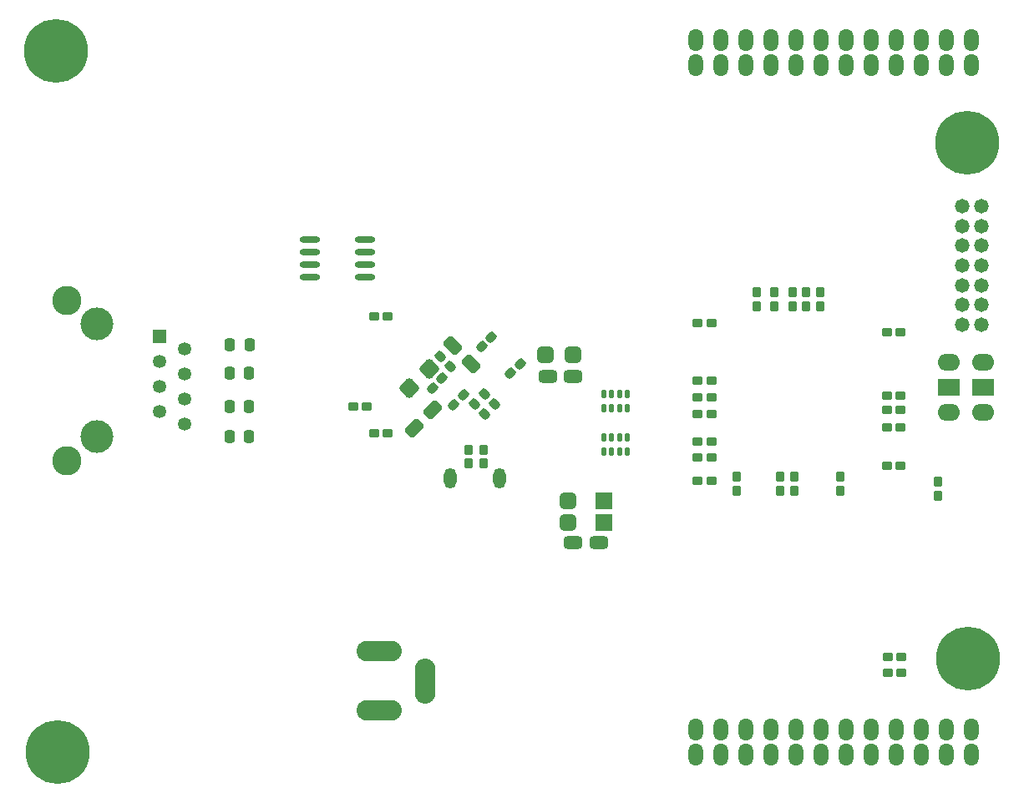
<source format=gbs>
%FSTAX23Y23*%
%MOMM*%
%SFA1B1*%

%IPPOS*%
%AMD28*
4,1,8,-0.200660,-0.538480,0.200660,-0.538480,0.436880,-0.299720,0.436880,0.299720,0.200660,0.538480,-0.200660,0.538480,-0.436880,0.299720,-0.436880,-0.299720,-0.200660,-0.538480,0.0*
1,1,0.476000,-0.200660,-0.299720*
1,1,0.476000,0.200660,-0.299720*
1,1,0.476000,0.200660,0.299720*
1,1,0.476000,-0.200660,0.299720*
%
%AMD29*
4,1,8,-0.538480,0.200660,-0.538480,-0.200660,-0.299720,-0.436880,0.299720,-0.436880,0.538480,-0.200660,0.538480,0.200660,0.299720,0.436880,-0.299720,0.436880,-0.538480,0.200660,0.0*
1,1,0.476000,-0.299720,0.200660*
1,1,0.476000,-0.299720,-0.200660*
1,1,0.476000,0.299720,-0.200660*
1,1,0.476000,0.299720,0.200660*
%
%AMD34*
4,1,8,-0.937260,0.299720,-0.937260,-0.299720,-0.599440,-0.637540,0.599440,-0.637540,0.937260,-0.299720,0.937260,0.299720,0.599440,0.637540,-0.599440,0.637540,-0.937260,0.299720,0.0*
1,1,0.676000,-0.599440,0.299720*
1,1,0.676000,-0.599440,-0.299720*
1,1,0.676000,0.599440,-0.299720*
1,1,0.676000,0.599440,0.299720*
%
%AMD35*
4,1,8,0.248920,0.637540,-0.248920,0.637540,-0.538480,0.350520,-0.538480,-0.350520,-0.248920,-0.637540,0.248920,-0.637540,0.538480,-0.350520,0.538480,0.350520,0.248920,0.637540,0.0*
1,1,0.576000,0.248920,0.350520*
1,1,0.576000,-0.248920,0.350520*
1,1,0.576000,-0.248920,-0.350520*
1,1,0.576000,0.248920,-0.350520*
%
%AMD44*
4,1,8,0.238760,-0.523240,0.523240,-0.238760,0.520700,0.096520,0.096520,0.520700,-0.238760,0.523240,-0.523240,0.238760,-0.520700,-0.096520,-0.096520,-0.520700,0.238760,-0.523240,0.0*
1,1,0.476000,0.071120,-0.353060*
1,1,0.476000,0.353060,-0.071120*
1,1,0.476000,-0.071120,0.353060*
1,1,0.476000,-0.353060,0.071120*
%
%AMD119*
4,1,8,0.398780,0.838200,-0.398780,0.838200,-0.838200,0.398780,-0.838200,-0.398780,-0.398780,-0.838200,0.398780,-0.838200,0.838200,-0.398780,0.838200,0.398780,0.398780,0.838200,0.0*
1,1,0.876000,0.398780,0.398780*
1,1,0.876000,-0.398780,0.398780*
1,1,0.876000,-0.398780,-0.398780*
1,1,0.876000,0.398780,-0.398780*
%
%AMD121*
4,1,8,-0.873760,-0.449580,-0.449580,-0.873760,0.027940,-0.873760,0.873760,-0.027940,0.873760,0.449580,0.449580,0.873760,-0.027940,0.873760,-0.873760,0.027940,-0.873760,-0.449580,0.0*
1,1,0.676000,-0.635000,-0.210820*
1,1,0.676000,-0.210820,-0.635000*
1,1,0.676000,0.635000,0.210820*
1,1,0.676000,0.210820,0.635000*
%
%AMD122*
4,1,8,0.523240,0.238760,0.238760,0.523240,-0.096520,0.520700,-0.520700,0.096520,-0.523240,-0.238760,-0.238760,-0.523240,0.096520,-0.520700,0.520700,-0.096520,0.523240,0.238760,0.0*
1,1,0.476000,0.353060,0.071120*
1,1,0.476000,0.071120,0.353060*
1,1,0.476000,-0.353060,-0.071120*
1,1,0.476000,-0.071120,-0.353060*
%
%AMD123*
4,1,8,0.449580,-0.873760,0.873760,-0.449580,0.873760,0.027940,0.027940,0.873760,-0.449580,0.873760,-0.873760,0.449580,-0.873760,-0.027940,-0.027940,-0.873760,0.449580,-0.873760,0.0*
1,1,0.676000,0.210820,-0.635000*
1,1,0.676000,0.635000,-0.210820*
1,1,0.676000,-0.210820,0.635000*
1,1,0.676000,-0.635000,0.210820*
%
%AMD125*
4,1,8,0.309880,-0.873760,0.873760,-0.309880,0.873760,0.309880,0.309880,0.873760,-0.309880,0.873760,-0.873760,0.309880,-0.873760,-0.309880,-0.309880,-0.873760,0.309880,-0.873760,0.0*
1,1,0.876000,0.000000,-0.563880*
1,1,0.876000,0.563880,0.000000*
1,1,0.876000,0.000000,0.563880*
1,1,0.876000,-0.563880,0.000000*
%
G04~CAMADD=28~8~0.0~0.0~344.9~423.6~93.7~0.0~15~0.0~0.0~0.0~0.0~0~0.0~0.0~0.0~0.0~0~0.0~0.0~0.0~180.0~346.0~424.0*
%ADD28D28*%
G04~CAMADD=29~8~0.0~0.0~344.9~423.6~93.7~0.0~15~0.0~0.0~0.0~0.0~0~0.0~0.0~0.0~0.0~0~0.0~0.0~0.0~90.0~424.0~345.0*
%ADD29D29*%
%ADD33O,2.275995X1.675997*%
G04~CAMADD=34~8~0.0~0.0~502.4~738.6~133.1~0.0~15~0.0~0.0~0.0~0.0~0~0.0~0.0~0.0~0.0~0~0.0~0.0~0.0~90.0~738.0~502.0*
%ADD34D34*%
G04~CAMADD=35~8~0.0~0.0~423.6~502.4~113.4~0.0~15~0.0~0.0~0.0~0.0~0~0.0~0.0~0.0~0.0~0~0.0~0.0~0.0~0.0~423.6~502.4*
%ADD35D35*%
G04~CAMADD=44~8~0.0~0.0~344.9~423.6~93.7~0.0~15~0.0~0.0~0.0~0.0~0~0.0~0.0~0.0~0.0~0~0.0~0.0~0.0~225.0~466.0~465.0*
%ADD44D44*%
%ADD51C,6.475987*%
%ADD53C,1.472997*%
%ADD54R,2.275995X1.675997*%
%ADD55O,4.575991X2.075996*%
%ADD56O,2.075996X4.575991*%
%ADD57R,1.343997X1.343997*%
%ADD58C,1.343997*%
%ADD59C,3.325993*%
%ADD60C,2.970994*%
%ADD118O,0.575999X0.875998*%
G04~CAMADD=119~8~0.0~0.0~659.8~659.8~172.4~0.0~15~0.0~0.0~0.0~0.0~0~0.0~0.0~0.0~0.0~0~0.0~0.0~0.0~0.0~659.8~659.8*
%ADD119D119*%
%ADD120R,1.675997X1.675997*%
G04~CAMADD=121~8~0.0~0.0~502.4~738.6~133.1~0.0~15~0.0~0.0~0.0~0.0~0~0.0~0.0~0.0~0.0~0~0.0~0.0~0.0~135.0~766.0~765.0*
%ADD121D121*%
G04~CAMADD=122~8~0.0~0.0~344.9~423.6~93.7~0.0~15~0.0~0.0~0.0~0.0~0~0.0~0.0~0.0~0.0~0~0.0~0.0~0.0~315.0~466.0~465.0*
%ADD122D122*%
G04~CAMADD=123~8~0.0~0.0~502.4~738.6~133.1~0.0~15~0.0~0.0~0.0~0.0~0~0.0~0.0~0.0~0.0~0~0.0~0.0~0.0~225.0~766.0~765.0*
%ADD123D123*%
%ADD124O,2.075996X0.675999*%
G04~CAMADD=125~8~0.0~0.0~659.8~659.8~172.4~0.0~15~0.0~0.0~0.0~0.0~0~0.0~0.0~0.0~0.0~0~0.0~0.0~0.0~225.0~790.0~789.0*
%ADD125D125*%
%ADD126O,1.275997X2.075996*%
%ADD127O,1.475997X2.275995*%
%LNksz8851-1*%
%LPD*%
G54D28*
X45599Y33249D03*
Y34649D03*
X47099Y33249D03*
Y34649D03*
X83299Y30499D03*
Y31899D03*
X78599Y30499D03*
Y31899D03*
X77199Y30499D03*
Y31899D03*
X72799Y30499D03*
Y31899D03*
X81199Y50599D03*
Y49199D03*
X79799Y50599D03*
Y49199D03*
X78399Y50599D03*
Y49199D03*
X76599D03*
Y50599D03*
X74799D03*
Y49199D03*
X93199Y29999D03*
Y31399D03*
G54D29*
X89399Y46599D03*
X87999D03*
Y40099D03*
X89399D03*
Y38699D03*
X87999D03*
X89399Y36899D03*
X87999D03*
X89399Y32999D03*
X87999D03*
X68799Y31499D03*
X70199D03*
X68799Y33899D03*
X70199D03*
X68799Y35499D03*
X70199D03*
X68799Y38299D03*
X70199D03*
X68799Y39999D03*
X70199D03*
Y41699D03*
X68799D03*
Y47499D03*
X70199D03*
X8945Y13649D03*
X8805D03*
X88049Y12049D03*
X89449D03*
X37399Y36299D03*
X35999D03*
X35299Y38999D03*
X33899D03*
X35999Y48199D03*
X37399D03*
G54D33*
X94299Y43539D03*
Y38459D03*
X97699D03*
Y43539D03*
G54D34*
X58799Y25199D03*
X56199D03*
Y42099D03*
X53599D03*
G54D35*
X21399Y45299D03*
X23399D03*
X23349Y42449D03*
X21349D03*
Y38999D03*
X23349D03*
Y35949D03*
X21349D03*
G54D44*
X47204Y40294D03*
X48194Y39304D03*
X46204Y39294D03*
X47194Y38304D03*
X43694Y43104D03*
X42704Y44094D03*
G54D51*
X96099Y65799D03*
X03799Y75099D03*
X96199Y13499D03*
X03899Y03999D03*
G54D53*
X97604Y47345D03*
X95604D03*
X97604Y49345D03*
X95604D03*
X97604Y51345D03*
X95604D03*
X97604Y53345D03*
X95604D03*
X97604Y55345D03*
X95604D03*
X97604Y57345D03*
X95604D03*
X97604Y59345D03*
X95604D03*
G54D54*
X94299Y40999D03*
X97699D03*
G54D55*
X36499Y14199D03*
Y08199D03*
G54D56*
X41199Y11199D03*
G54D57*
X14249Y46144D03*
G54D58*
X16789Y44874D03*
X14249Y43604D03*
X16789Y42334D03*
X14249Y41064D03*
X16789Y39794D03*
X14249Y38524D03*
X16789Y37254D03*
G54D59*
X07899Y35984D03*
Y47414D03*
G54D60*
X04849Y49824D03*
Y33574D03*
G54D118*
X60099Y34499D03*
X59299D03*
X60899D03*
X61699D03*
X59299Y35899D03*
X60099D03*
X60899D03*
X61699D03*
X59299Y38899D03*
X60099D03*
X60899D03*
X59299Y40299D03*
X61699Y38899D03*
X60099Y40299D03*
X60899D03*
X61699D03*
G54D119*
X55699Y27299D03*
Y29499D03*
X53399Y44299D03*
X56199D03*
G54D120*
X59299Y27299D03*
Y29499D03*
G54D121*
X40066Y36868D03*
X41905Y38707D03*
G54D122*
X45094Y40194D03*
X44104Y39204D03*
X46904Y45104D03*
X47894Y46094D03*
X49804Y42404D03*
X50794Y43394D03*
X42894Y41894D03*
X41904Y40904D03*
G54D123*
X4398Y45219D03*
X45819Y4338D03*
G54D124*
X35099Y56004D03*
Y54734D03*
Y53464D03*
Y52194D03*
X29499Y56004D03*
Y54734D03*
Y53464D03*
Y52194D03*
G54D125*
X3961Y40909D03*
X41589Y42889D03*
G54D126*
X48749Y3175D03*
X43749D03*
G54D127*
X68655Y03729D03*
X71195D03*
X73735D03*
X76275D03*
X78815D03*
X81355D03*
X83895D03*
X86435D03*
X88975D03*
X91515D03*
X94055D03*
X96595D03*
X68655Y06269D03*
X71195D03*
X73735D03*
X76275D03*
X78815D03*
X81355D03*
X83895D03*
X86435D03*
X88975D03*
X91515D03*
X94055D03*
X96595D03*
X68655Y73704D03*
X71195D03*
X73735D03*
X76275D03*
X78815D03*
X81355D03*
X83895D03*
X86435D03*
X88975D03*
X91515D03*
X94055D03*
X96595D03*
X68655Y76244D03*
X71195D03*
X73735D03*
X76275D03*
X78815D03*
X81355D03*
X83895D03*
X86435D03*
X88975D03*
X91515D03*
X94055D03*
X96595D03*
M02*
</source>
